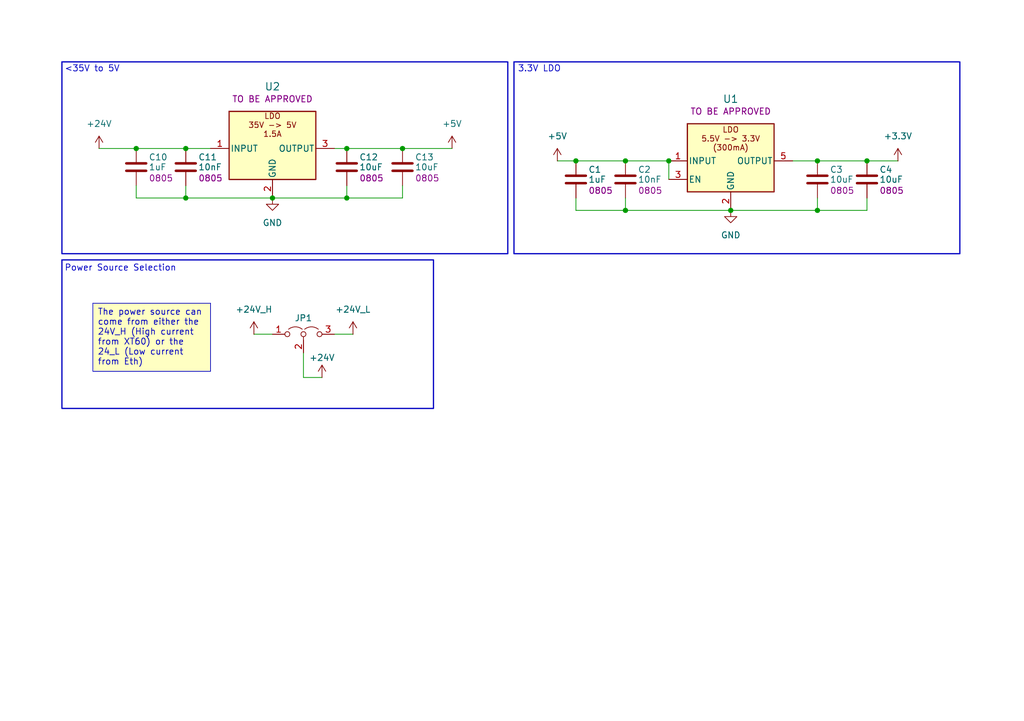
<source format=kicad_sch>
(kicad_sch (version 20231120) (generator "eeschema") (generator_version "8.0")
  (paper "A5")
  (title_block (title "ARM-JL Driver") (date "2025-02-03") (rev "REV0") (company "RobotiqueUdeS") (comment 1 "Made by Philippe Michaud"))
  (lib_symbols
    (symbol "RoverLibrary:C_0805" (pin_numbers hide) (pin_names (offset 0.254))
      (property "Reference" "C" (at 2.54 2.032 0))
      (property "Value" "~" (at 2.54 0 0))
      (property "Package" "0805" (at 2.54 -2.286 0))
      (symbol "C_0805_0_1"
        (polyline (pts (xy -2.032 -0.762) (xy 2.032 -0.762)) (stroke (width 0.508)))
        (polyline (pts (xy -2.032 0.762) (xy 2.032 0.762)) (stroke (width 0.508)))
      )
      (symbol "C_0805_1_1"
        (pin passive line (at 0 3.81 270) (length 2.794) (name "~") (number "1"))
        (pin passive line (at 0 -3.81 90) (length 2.794) (name "~") (number "2"))
      )
    )
    (symbol "RoverLibrary:LDO-LM7805MPX/NOPB" (pin_names (offset 0.254))
      (property "Reference" "U" (at 0 1.27 0))
      (property "STATUS" "TO BE APPROVED" (at 0 3.048 0))
      (symbol "LDO-LM7805MPX/NOPB_1_1"
        (rectangle (start -8.89 0) (end 8.89 -13.97) (stroke (width 0.254)) (fill (type background)))
        (text "LDO\n35V -> 5V\n1.5A\n" (at 0 -2.794 0) (effects (font (size 1.143 1.143))))
        (pin power_in line (at -12.7 -7.62 0) (length 3.81) (name "INPUT") (number "1"))
        (pin power_in line (at 0 -17.78 90) (length 3.81) (name "GND") (number "2"))
        (pin power_out line (at 12.7 -7.62 180) (length 3.81) (name "OUTPUT") (number "3"))
      )
    )
    (symbol "RoverLibrary:LDO-TLV74033PDBVR" (pin_names (offset 0.254))
      (property "Reference" "U" (at 0 1.27 0))
      (property "STATUS" "TO BE APPROVED" (at 0 3.048 0))
      (symbol "LDO-TLV74033PDBVR_1_1"
        (rectangle (start -8.89 0) (end 8.89 -13.97) (stroke (width 0.254)) (fill (type background)))
        (text "LDO\n5.5V -> 3.3V\n(300mA)" (at 0 -3.048 0) (effects (font (size 1.143 1.143))))
        (pin power_in line (at -12.7 -7.62 0) (length 3.81) (name "INPUT") (number "1"))
        (pin power_in line (at 0 -17.78 90) (length 3.81) (name "GND") (number "2"))
        (pin power_in line (at -12.7 -11.43 0) (length 3.81) (name "EN") (number "3"))
        (pin power_in line (at 12.7 -11.43 180) (length 3.81) hide (name "NC") (number "4"))
        (pin power_out line (at 12.7 -7.62 180) (length 3.81) (name "OUTPUT") (number "5"))
      )
    )
    (symbol "RoverLibrary:Selector-Jumper_3_Open" (pin_names (offset 0) hide) (exclude_from_sim yes) (in_bom no)
      (property "Reference" "JP" (at -2.54 -2.54 0))
      (property "Value" "Selector-Jumper_3_Open" (at 0 2.794 0))
      (symbol "Selector-Jumper_3_Open_0_0"
        (circle (center -3.302 0) (radius 0.508))
        (circle (center 0 0) (radius 0.508))
        (circle (center 3.302 0) (radius 0.508))
      )
      (symbol "Selector-Jumper_3_Open_0_1"
        (arc (start -0.254 1.016) (mid -1.651 1.4992) (end -3.048 1.016))
        (polyline (pts (xy 0 -0.508) (xy 0 -1.27)))
        (arc (start 3.048 1.016) (mid 1.651 1.4992) (end 0.254 1.016))
      )
      (symbol "Selector-Jumper_3_Open_1_1"
        (pin passive line (at -6.35 0 0) (length 2.54) (name "A") (number "1"))
        (pin passive line (at 0 -3.81 90) (length 2.54) (name "C") (number "2"))
        (pin passive line (at 6.35 0 180) (length 2.54) (name "B") (number "3"))
      )
    )
    (symbol "power:+24V" (power) (pin_numbers hide) (pin_names (offset 0) hide)
      (property "Value" "+24V" (at 0 3.556 0))
      (symbol "+24V_0_1"
        (polyline (pts (xy -0.762 1.27) (xy 0 2.54)))
        (polyline (pts (xy 0 0) (xy 0 2.54)))
        (polyline (pts (xy 0 2.54) (xy 0.762 1.27)))
      )
      (symbol "+24V_1_1"
        (pin power_in line (at 0 0 90) (length 0) (name "~") (number "1"))
      )
    )
    (symbol "power:+3.3V" (power) (pin_numbers hide) (pin_names (offset 0) hide)
      (property "Value" "+3.3V" (at 0 3.556 0))
      (symbol "+3.3V_0_1"
        (polyline (pts (xy -0.762 1.27) (xy 0 2.54)))
        (polyline (pts (xy 0 0) (xy 0 2.54)))
        (polyline (pts (xy 0 2.54) (xy 0.762 1.27)))
      )
      (symbol "+3.3V_1_1"
        (pin power_in line (at 0 0 90) (length 0) (name "~") (number "1"))
      )
    )
    (symbol "power:+5V" (power) (pin_numbers hide) (pin_names (offset 0) hide)
      (property "Value" "+5V" (at 0 3.556 0))
      (symbol "+5V_0_1"
        (polyline (pts (xy -0.762 1.27) (xy 0 2.54)))
        (polyline (pts (xy 0 0) (xy 0 2.54)))
        (polyline (pts (xy 0 2.54) (xy 0.762 1.27)))
      )
      (symbol "+5V_1_1"
        (pin power_in line (at 0 0 90) (length 0) (name "~") (number "1"))
      )
    )
    (symbol "power:GND" (power) (pin_numbers hide) (pin_names (offset 0) hide)
      (property "Value" "GND" (at 0 -3.81 0))
      (symbol "GND_0_1"
        (polyline (pts (xy 0 0) (xy 0 -1.27) (xy 1.27 -1.27) (xy 0 -2.54) (xy -1.27 -1.27) (xy 0 -1.27)))
      )
      (symbol "GND_1_1"
        (pin power_in line (at 0 0 270) (length 0) (name "~") (number "1"))
      )
    )
  )
  (junction (at 167.64 43.18))
  (junction (at 118.11 33.02))
  (junction (at 71.12 40.64))
  (junction (at 27.94 30.48))
  (junction (at 71.12 30.48))
  (junction (at 55.88 40.64))
  (junction (at 128.27 33.02))
  (junction (at 38.1 40.64))
  (junction (at 149.86 43.18))
  (junction (at 38.1 30.48))
  (junction (at 137.16 33.02))
  (junction (at 82.55 30.48))
  (junction (at 128.27 43.18))
  (junction (at 177.8 33.02))
  (junction (at 167.64 33.02))
  (wire (pts (xy 118.11 43.18) (xy 128.27 43.18)))
  (wire (pts (xy 162.56 33.02) (xy 167.64 33.02)))
  (wire (pts (xy 62.23 77.47) (xy 66.04 77.47)))
  (wire (pts (xy 71.12 40.64) (xy 55.88 40.64)))
  (wire (pts (xy 92.71 30.48) (xy 82.55 30.48)))
  (wire (pts (xy 128.27 40.64) (xy 128.27 43.18)))
  (wire (pts (xy 71.12 30.48) (xy 68.58 30.48)))
  (wire (pts (xy 137.16 33.02) (xy 137.16 36.83)))
  (wire (pts (xy 177.8 40.64) (xy 177.8 43.18)))
  (wire (pts (xy 118.11 33.02) (xy 128.27 33.02)))
  (wire (pts (xy 27.94 40.64) (xy 38.1 40.64)))
  (wire (pts (xy 52.07 68.58) (xy 55.88 68.58)))
  (wire (pts (xy 38.1 30.48) (xy 43.18 30.48)))
  (wire (pts (xy 38.1 40.64) (xy 55.88 40.64)))
  (wire (pts (xy 128.27 33.02) (xy 137.16 33.02)))
  (wire (pts (xy 62.23 72.39) (xy 62.23 77.47)))
  (wire (pts (xy 38.1 38.1) (xy 38.1 40.64)))
  (wire (pts (xy 68.58 68.58) (xy 72.39 68.58)))
  (wire (pts (xy 167.64 33.02) (xy 177.8 33.02)))
  (wire (pts (xy 27.94 38.1) (xy 27.94 40.64)))
  (wire (pts (xy 149.86 43.18) (xy 167.64 43.18)))
  (wire (pts (xy 71.12 30.48) (xy 82.55 30.48)))
  (wire (pts (xy 177.8 33.02) (xy 184.15 33.02)))
  (wire (pts (xy 20.32 30.48) (xy 27.94 30.48)))
  (wire (pts (xy 82.55 38.1) (xy 82.55 40.64)))
  (wire (pts (xy 128.27 43.18) (xy 149.86 43.18)))
  (wire (pts (xy 82.55 40.64) (xy 71.12 40.64)))
  (wire (pts (xy 167.64 43.18) (xy 177.8 43.18)))
  (wire (pts (xy 114.3 33.02) (xy 118.11 33.02)))
  (wire (pts (xy 118.11 40.64) (xy 118.11 43.18)))
  (wire (pts (xy 71.12 38.1) (xy 71.12 40.64)))
  (wire (pts (xy 27.94 30.48) (xy 38.1 30.48)))
  (wire (pts (xy 167.64 40.64) (xy 167.64 43.18)))
  (rectangle (start 105.41 12.7) (end 196.85 52.07) (stroke (width 0.254)))
  (rectangle (start 12.7 12.7) (end 104.14 52.07) (stroke (width 0.254)))
  (rectangle (start 12.7 53.34) (end 88.9 83.82) (stroke (width 0.254)))
  (text_box "The power source can come from either the 24V_H (High current from XT60) or the 24_L (Low current from Eth)" (at 19.05 62.23 0) (size 24.13 13.97) (fill (type color) (color 255 255 194 1)) (effects (font (size 1.27 1.27)) (justify left top)))
  (text "3.3V LDO" (at 106.172 14.224 0) (effects (font (size 1.27 1.27)) (justify left)))
  (text "<35V to 5V" (at 13.208 14.224 0) (effects (font (size 1.27 1.27)) (justify left)))
  (text "Power Source Selection" (at 13.208 55.118 0) (effects (font (size 1.27 1.27)) (justify left)))
  (symbol (lib_id "RoverLibrary:LDO-LM7805MPX/NOPB") (at 55.88 22.86 0) (unit 1)
    (property "Reference" "U2" (at 55.88 17.78 0) (effects (font (size 1.524 1.524))))
    (property "Value" "LDO-LM7805MPX/NOPB" (effects (hide yes)))
    (property "Footprint" "Package_TO_SOT_SMD:SOT-223-3_TabPin2" (effects (hide yes)))
    (property "Datasheet" "https://www.ti.com/lit/ds/symlink/lm7800.pdf" (effects (hide yes)))
    (property "Description" "7.5V-35V To 5V LDO. 1.5A" (effects (hide yes)))
    (property "STATUS" "TO BE APPROVED" (at 55.88 20.32 0))
  )
  (symbol (lib_id "RoverLibrary:C_0805") (at 177.8 36.83 0) (unit 1)
    (property "Reference" "C4" (at 180.34 34.798 0) (effects (justify left)))
    (property "Value" "10uF" (at 180.34 36.83 0) (effects (justify left)))
    (property "Footprint" "Capacitor_SMD:C_0805_2012Metric_Pad1.18x1.45mm_HandSolder" (effects (hide yes)))
    (property "Description" "Unpolarized capacitor" (effects (hide yes)))
    (property "Package" "0805" (at 180.34 39.116 0) (effects (justify left)))
  )
  (symbol (lib_id "RoverLibrary:C_0805") (at 38.1 34.29 0) (unit 1)
    (property "Reference" "C11" (at 40.64 32.258 0) (effects (justify left)))
    (property "Value" "10nF" (at 40.64 34.29 0) (effects (justify left)))
    (property "Footprint" "Capacitor_SMD:C_0805_2012Metric_Pad1.18x1.45mm_HandSolder" (effects (hide yes)))
    (property "Description" "Unpolarized capacitor" (effects (hide yes)))
    (property "Package" "0805" (at 40.64 36.576 0) (effects (justify left)))
  )
  (symbol (lib_id "power:+5V") (at 20.32 30.48 0) (unit 1)
    (property "Reference" "#PWR027" (effects (hide yes)))
    (property "Value" "+24V" (at 20.32 25.4 0))
    (property "Description" "Power symbol creates a global label with name \"+5V\"" (effects (hide yes)))
  )
  (symbol (lib_id "RoverLibrary:C_0805") (at 167.64 36.83 0) (unit 1)
    (property "Reference" "C3" (at 170.18 34.798 0) (effects (justify left)))
    (property "Value" "10uF" (at 170.18 36.83 0) (effects (justify left)))
    (property "Footprint" "Capacitor_SMD:C_0805_2012Metric_Pad1.18x1.45mm_HandSolder" (effects (hide yes)))
    (property "Description" "Unpolarized capacitor" (effects (hide yes)))
    (property "Package" "0805" (at 170.18 39.116 0) (effects (justify left)))
  )
  (symbol (lib_id "RoverLibrary:C_0805") (at 128.27 36.83 0) (unit 1)
    (property "Reference" "C2" (at 130.81 34.798 0) (effects (justify left)))
    (property "Value" "10nF" (at 130.81 36.83 0) (effects (justify left)))
    (property "Footprint" "Capacitor_SMD:C_0805_2012Metric_Pad1.18x1.45mm_HandSolder" (effects (hide yes)))
    (property "Description" "Unpolarized capacitor" (effects (hide yes)))
    (property "Package" "0805" (at 130.81 39.116 0) (effects (justify left)))
  )
  (symbol (lib_id "RoverLibrary:C_0805") (at 27.94 34.29 0) (unit 1)
    (property "Reference" "C10" (at 30.48 32.258 0) (effects (justify left)))
    (property "Value" "1uF" (at 30.48 34.29 0) (effects (justify left)))
    (property "Footprint" "Capacitor_SMD:C_0805_2012Metric_Pad1.18x1.45mm_HandSolder" (effects (hide yes)))
    (property "Description" "Unpolarized capacitor" (effects (hide yes)))
    (property "Package" "0805" (at 30.48 36.576 0) (effects (justify left)))
  )
  (symbol (lib_id "power:GND") (at 55.88 40.64 0) (unit 1)
    (property "Reference" "#PWR028" (effects (hide yes)))
    (property "Value" "GND" (at 55.88 45.72 0))
    (property "Description" "Power symbol creates a global label with name \"GND\" , ground" (effects (hide yes)))
  )
  (symbol (lib_id "power:+24V") (at 72.39 68.58 0) (mirror y) (unit 1)
    (property "Reference" "#PWR012" (effects (hide yes)))
    (property "Value" "+24V_L" (at 72.39 63.5 0))
    (property "Description" "Power symbol creates a global label with name \"+24V\"" (effects (hide yes)))
  )
  (symbol (lib_id "power:+24V") (at 52.07 68.58 0) (unit 1)
    (property "Reference" "#PWR013" (effects (hide yes)))
    (property "Value" "+24V_H" (at 52.07 63.5 0))
    (property "Description" "Power symbol creates a global label with name \"+24V\"" (effects (hide yes)))
  )
  (symbol (lib_id "RoverLibrary:C_0805") (at 82.55 34.29 0) (unit 1)
    (property "Reference" "C13" (at 85.09 32.258 0) (effects (justify left)))
    (property "Value" "10uF" (at 85.09 34.29 0) (effects (justify left)))
    (property "Footprint" "Capacitor_SMD:C_0805_2012Metric_Pad1.18x1.45mm_HandSolder" (effects (hide yes)))
    (property "Description" "Unpolarized capacitor" (effects (hide yes)))
    (property "Package" "0805" (at 85.09 36.576 0) (effects (justify left)))
  )
  (symbol (lib_id "power:+5V") (at 114.3 33.02 0) (unit 1)
    (property "Reference" "#PWR01" (effects (hide yes)))
    (property "Value" "+5V" (at 114.3 27.94 0))
    (property "Description" "Power symbol creates a global label with name \"+5V\"" (effects (hide yes)))
  )
  (symbol (lib_id "power:+24V") (at 66.04 77.47 0) (mirror y) (unit 1)
    (property "Reference" "#PWR014" (effects (hide yes)))
    (property "Value" "+24V" (at 66.04 73.406 0))
    (property "Description" "Power symbol creates a global label with name \"+24V\"" (effects (hide yes)))
  )
  (symbol (lib_id "RoverLibrary:C_0805") (at 118.11 36.83 0) (unit 1)
    (property "Reference" "C1" (at 120.65 34.798 0) (effects (justify left)))
    (property "Value" "1uF" (at 120.65 36.83 0) (effects (justify left)))
    (property "Footprint" "Capacitor_SMD:C_0805_2012Metric_Pad1.18x1.45mm_HandSolder" (effects (hide yes)))
    (property "Description" "Unpolarized capacitor" (effects (hide yes)))
    (property "Package" "0805" (at 120.65 39.116 0) (effects (justify left)))
  )
  (symbol (lib_id "power:+3.3V") (at 184.15 33.02 0) (unit 1)
    (property "Reference" "#PWR03" (effects (hide yes)))
    (property "Value" "+3.3V" (at 184.15 27.94 0))
    (property "Description" "Power symbol creates a global label with name \"+3.3V\"" (effects (hide yes)))
  )
  (symbol (lib_id "RoverLibrary:LDO-TLV74033PDBVR") (at 149.86 25.4 0) (unit 1)
    (property "Reference" "U1" (at 149.86 20.32 0) (effects (font (size 1.524 1.524))))
    (property "Value" "LDO-TLV74033PDBVR" (effects (hide yes)))
    (property "Footprint" "Package_TO_SOT_SMD:SOT-23-5_HandSoldering" (effects (hide yes)))
    (property "Datasheet" "https://mm.digikey.com/Volume0/opasdata/d220001/medias/docus/5334/TLV740P_DS.pdf" (effects (hide yes)))
    (property "Description" "LDO Fixed output 3.3V. Input range: 3.7V-5.5V. 300mA" (effects (hide yes)))
    (property "STATUS" "TO BE APPROVED" (at 149.86 22.86 0))
    (property "Digikey" "https://www.digikey.ca/en/products/detail/texas-instruments/TLV74033PDBVR/12642183" (effects (hide yes)))
  )
  (symbol (lib_id "power:GND") (at 149.86 43.18 0) (unit 1)
    (property "Reference" "#PWR02" (effects (hide yes)))
    (property "Value" "GND" (at 149.86 48.26 0))
    (property "Description" "Power symbol creates a global label with name \"GND\" , ground" (effects (hide yes)))
  )
  (symbol (lib_id "RoverLibrary:Selector-Jumper_3_Open") (at 62.23 68.58 0) (unit 1) (exclude_from_sim yes) (in_bom no)
    (property "Reference" "JP1" (at 62.23 65.278 0))
    (property "Value" "Selector-Jumper_3_Open" (effects (hide yes)))
    (property "Footprint" "Connector_PinHeader_2.54mm:PinHeader_1x03_P2.54mm_Vertical" (effects (hide yes)))
    (property "Description" "Jumper, 3-pole, both open" (effects (hide yes)))
  )
  (symbol (lib_id "RoverLibrary:C_0805") (at 71.12 34.29 0) (unit 1)
    (property "Reference" "C12" (at 73.66 32.258 0) (effects (justify left)))
    (property "Value" "10uF" (at 73.66 34.29 0) (effects (justify left)))
    (property "Footprint" "Capacitor_SMD:C_0805_2012Metric_Pad1.18x1.45mm_HandSolder" (effects (hide yes)))
    (property "Description" "Unpolarized capacitor" (effects (hide yes)))
    (property "Package" "0805" (at 73.66 36.576 0) (effects (justify left)))
  )
  (symbol (lib_id "power:+5V") (at 92.71 30.48 0) (unit 1)
    (property "Reference" "#PWR029" (effects (hide yes)))
    (property "Value" "+5V" (at 92.71 25.4 0))
    (property "Description" "Power symbol creates a global label with name \"+5V\"" (effects (hide yes)))
  )
)
</source>
